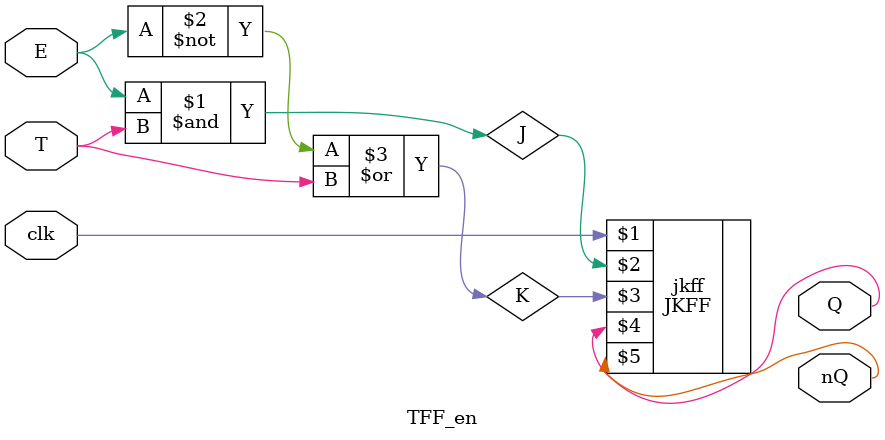
<source format=v>
`timescale 1ns / 1ps


module TFF_en(
    input clk, T, E,
    output Q, nQ
    );
    wire J, K;
    and and1(J, E, T);
    or or1(K, ~E, T);
    JKFF jkff(clk, J, K, Q, nQ);
endmodule

</source>
